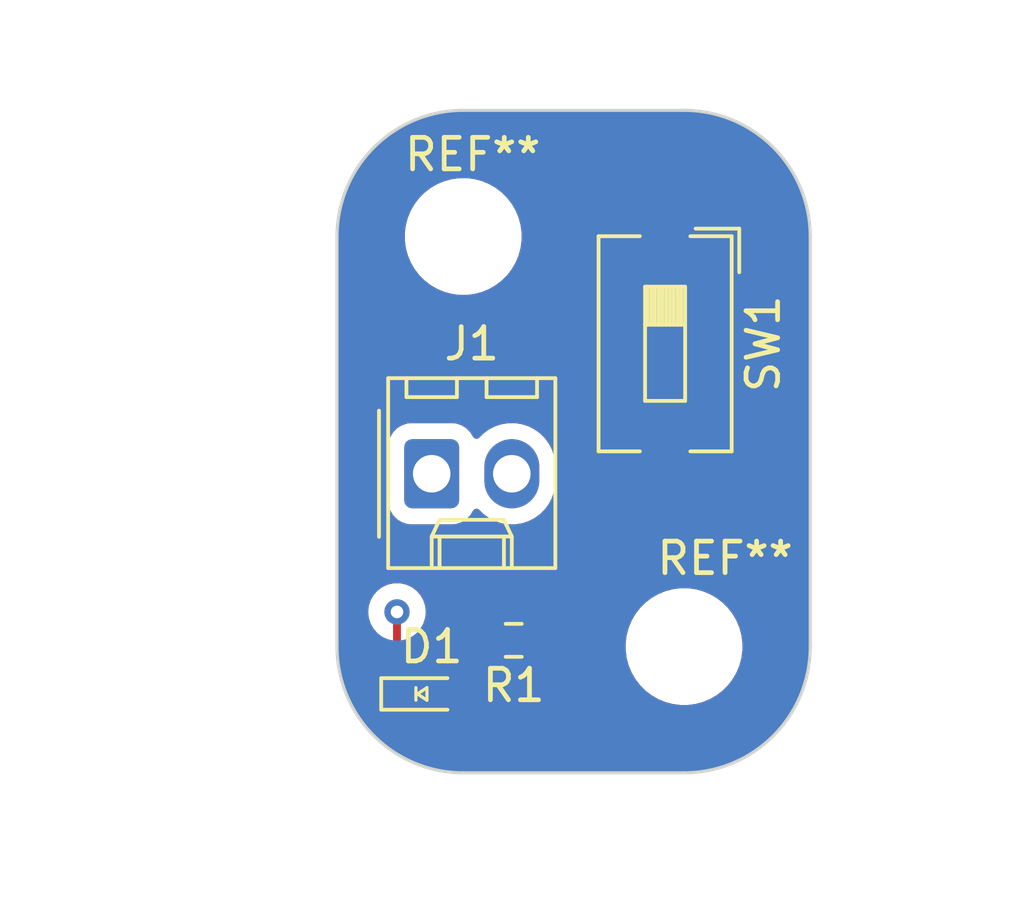
<source format=kicad_pcb>
(kicad_pcb (version 20240108) (generator "pcbnew") (generator_version "8.0")
  (title_block (title "LED Project") (date "2022-08-16") (rev "1.0") (company "Illini Solar Car") (comment 1 "Designed By: Yutian Chen"))
  (layers (0 "F.Cu" signal) (31 "B.Cu" signal) (34 "B.Paste" user) (35 "F.Paste" user) (36 "B.SilkS" user "B.Silkscreen") (37 "F.SilkS" user "F.Silkscreen") (38 "B.Mask" user) (39 "F.Mask" user) (44 "Edge.Cuts" user))
  (net 0 "")
  (net 1 "GND")
  (net 2 "Net-(D1-A)")
  (net 3 "+3.3V")
  (net 4 "Net-(R1-Pad1)")
  (footprint "MountingHole:MountingHole_3.2mm_M3" (layer "F.Cu") (at 91 103.5)
    (property "Reference" "REF**" (at 1.3 -2.8 0) (layer "F.SilkS"))
    (property "Value" "MountingHole_3.2mm_M3")
    (pad "" np_thru_hole circle (at 0 0) (size 3.2 3.2) (drill 3.2) (layers "*.Cu" "*.Mask"))
  )
  (footprint "Resistor_SMD:R_0603_1608Metric_Pad0.98x0.95mm_HandSolder" (layer "F.Cu") (at 85.6 103.3 180)
    (property "Reference" "R1" (at 0 -1.43 360) (layer "F.SilkS"))
    (property "Value" "105")
    (fp_line (start -0.254724 0.5225) (end 0.254724 0.5225) (stroke (width 0.12)) (layer "F.SilkS"))
    (fp_line (start -0.254724 -0.5225) (end 0.254724 -0.5225) (stroke (width 0.12)) (layer "F.SilkS"))
    (pad "1" smd roundrect (at -0.9125 0 180) (size 0.975 0.95) (layers "F.Cu" "F.Paste" "F.Mask") (net 4 "Net-(R1-Pad1)"))
    (pad "2" smd roundrect (at 0.9125 0 180) (size 0.975 0.95) (layers "F.Cu" "F.Paste" "F.Mask") (net 2 "Net-(D1-A)"))
  )
  (footprint "Connector_Molex:Molex_KK-254_AE-6410-02A_1x02_P2.54mm_Vertical" (layer "F.Cu") (at 83 98.02)
    (property "Reference" "J1" (at 1.27 -4.12 360) (layer "F.SilkS"))
    (property "Value" "Conn_01x02")
    (fp_line (start -1.67 -2) (end -1.67 2) (stroke (width 0.12)) (layer "F.SilkS"))
    (fp_line (start -1.38 -3.03) (end -1.38 2.99) (stroke (width 0.12)) (layer "F.SilkS"))
    (fp_line (start -1.38 2.99) (end 3.92 2.99) (stroke (width 0.12)) (layer "F.SilkS"))
    (fp_line (start -0.8 -3.03) (end -0.8 -2.43) (stroke (width 0.12)) (layer "F.SilkS"))
    (fp_line (start -0.8 -2.43) (end 0.8 -2.43) (stroke (width 0.12)) (layer "F.SilkS"))
    (fp_line (start 0 1.99) (end 0.25 1.46) (stroke (width 0.12)) (layer "F.SilkS"))
    (fp_line (start 0 1.99) (end 2.54 1.99) (stroke (width 0.12)) (layer "F.SilkS"))
    (fp_line (start 0 2.99) (end 0 1.99) (stroke (width 0.12)) (layer "F.SilkS"))
    (fp_line (start 0.25 1.46) (end 2.29 1.46) (stroke (width 0.12)) (layer "F.SilkS"))
    (fp_line (start 0.25 2.99) (end 0.25 1.99) (stroke (width 0.12)) (layer "F.SilkS"))
    (fp_line (start 0.8 -2.43) (end 0.8 -3.03) (stroke (width 0.12)) (layer "F.SilkS"))
    (fp_line (start 1.74 -3.03) (end 1.74 -2.43) (stroke (width 0.12)) (layer "F.SilkS"))
    (fp_line (start 1.74 -2.43) (end 3.34 -2.43) (stroke (width 0.12)) (layer "F.SilkS"))
    (fp_line (start 2.29 1.46) (end 2.54 1.99) (stroke (width 0.12)) (layer "F.SilkS"))
    (fp_line (start 2.29 2.99) (end 2.29 1.99) (stroke (width 0.12)) (layer "F.SilkS"))
    (fp_line (start 2.54 1.99) (end 2.54 2.99) (stroke (width 0.12)) (layer "F.SilkS"))
    (fp_line (start 3.34 -2.43) (end 3.34 -3.03) (stroke (width 0.12)) (layer "F.SilkS"))
    (fp_line (start 3.92 -3.03) (end -1.38 -3.03) (stroke (width 0.12)) (layer "F.SilkS"))
    (fp_line (start 3.92 2.99) (end 3.92 -3.03) (stroke (width 0.12)) (layer "F.SilkS"))
    (pad "1" thru_hole roundrect (at 0 0) (size 1.74 2.19) (drill 1.19) (layers "*.Cu" "*.Mask") (roundrect_rratio 0.143678) (net 1 "GND"))
    (pad "2" thru_hole oval (at 2.54 0) (size 1.74 2.19) (drill 1.19) (layers "*.Cu" "*.Mask") (net 3 "+3.3V"))
  )
  (footprint "layout:LED_0603_Symbol_on_F.SilkS" (layer "F.Cu") (at 82.7 105)
    (property "Reference" "D1" (at 0.3 -1.5 360) (layer "F.SilkS"))
    (property "Value" "LED_Blue")
    (fp_line (start -1.3 -0.5) (end -1.3 0.5) (stroke (width 0.12)) (layer "F.SilkS"))
    (fp_line (start -1.3 -0.5) (end 0.8 -0.5) (stroke (width 0.12)) (layer "F.SilkS"))
    (fp_line (start -1.3 0.5) (end 0.8 0.5) (stroke (width 0.12)) (layer "F.SilkS"))
    (fp_line (start -0.2 -0.2) (end -0.2 0.2) (stroke (width 0.1)) (layer "F.SilkS"))
    (fp_line (start -0.15 0) (end 0.15 -0.2) (stroke (width 0.1)) (layer "F.SilkS"))
    (fp_line (start 0.15 -0.2) (end 0.15 0.2) (stroke (width 0.1)) (layer "F.SilkS"))
    (fp_line (start 0.15 0.2) (end -0.15 0) (stroke (width 0.1)) (layer "F.SilkS"))
    (pad "1" smd rect (at -0.8 0 180) (size 0.8 0.8) (layers "F.Cu" "F.Paste" "F.Mask") (net 1 "GND"))
    (pad "2" smd rect (at 0.8 0 180) (size 0.8 0.8) (layers "F.Cu" "F.Paste" "F.Mask") (net 2 "Net-(D1-A)"))
  )
  (footprint "MountingHole:MountingHole_3.2mm_M3" (layer "F.Cu") (at 84 90.5)
    (property "Reference" "REF**" (at 0.3 -2.6 0) (layer "F.SilkS"))
    (property "Value" "MountingHole_3.2mm_M3")
    (pad "" np_thru_hole circle (at 0 0) (size 3.2 3.2) (drill 3.2) (layers "*.Cu" "*.Mask"))
  )
  (footprint "Button_Switch_SMD:SW_DIP_SPSTx01_Slide_6.7x4.1mm_W8.61mm_P2.54mm_LowProfile" (layer "F.Cu") (at 90.4 93.9 -90)
    (property "Reference" "SW1" (at 0 -3.11 90) (layer "F.SilkS"))
    (property "Value" "SW_Push")
    (fp_line (start -3.41 2.11) (end 3.41 2.11) (stroke (width 0.12)) (layer "F.SilkS"))
    (fp_line (start -3.41 0.8) (end -3.41 2.11) (stroke (width 0.12)) (layer "F.SilkS"))
    (fp_line (start 3.41 0.8) (end 3.41 2.11) (stroke (width 0.12)) (layer "F.SilkS"))
    (fp_line (start -1.81 0.635) (end 1.81 0.635) (stroke (width 0.12)) (layer "F.SilkS"))
    (fp_line (start 1.81 0.635) (end 1.81 -0.635) (stroke (width 0.12)) (layer "F.SilkS"))
    (fp_line (start -1.81 0.565) (end -0.603333 0.565) (stroke (width 0.12)) (layer "F.SilkS"))
    (fp_line (start -1.81 0.445) (end -0.603333 0.445) (stroke (width 0.12)) (layer "F.SilkS"))
    (fp_line (start -1.81 0.325) (end -0.603333 0.325) (stroke (width 0.12)) (layer "F.SilkS"))
    (fp_line (start -1.81 0.205) (end -0.603333 0.205) (stroke (width 0.12)) (layer "F.SilkS"))
    (fp_line (start -1.81 0.085) (end -0.603333 0.085) (stroke (width 0.12)) (layer "F.SilkS"))
    (fp_line (start -1.81 -0.035) (end -0.603333 -0.035) (stroke (width 0.12)) (layer "F.SilkS"))
    (fp_line (start -1.81 -0.155) (end -0.603333 -0.155) (stroke (width 0.12)) (layer "F.SilkS"))
    (fp_line (start -1.81 -0.275) (end -0.603333 -0.275) (stroke (width 0.12)) (layer "F.SilkS"))
    (fp_line (start -1.81 -0.395) (end -0.603333 -0.395) (stroke (width 0.12)) (layer "F.SilkS"))
    (fp_line (start -1.81 -0.515) (end -0.603333 -0.515) (stroke (width 0.12)) (layer "F.SilkS"))
    (fp_line (start -1.81 -0.635) (end -1.81 0.635) (stroke (width 0.12)) (layer "F.SilkS"))
    (fp_line (start -0.603333 -0.635) (end -0.603333 0.635) (stroke (width 0.12)) (layer "F.SilkS"))
    (fp_line (start 1.81 -0.635) (end -1.81 -0.635) (stroke (width 0.12)) (layer "F.SilkS"))
    (fp_line (start -3.41 -2.11) (end -3.41 -0.8) (stroke (width 0.12)) (layer "F.SilkS"))
    (fp_line (start -3.41 -2.11) (end 3.41 -2.11) (stroke (width 0.12)) (layer "F.SilkS"))
    (fp_line (start 3.41 -2.11) (end 3.41 -0.8) (stroke (width 0.12)) (layer "F.SilkS"))
    (fp_line (start -3.65 -2.35) (end -3.65 -0.967) (stroke (width 0.12)) (layer "F.SilkS"))
    (fp_line (start -3.65 -2.35) (end -2.267 -2.35) (stroke (width 0.12)) (layer "F.SilkS"))
    (pad "1" smd rect (at -4.305 0 270) (size 2.44 1.12) (layers "F.Cu" "F.Paste" "F.Mask") (net 3 "+3.3V"))
    (pad "2" smd rect (at 4.305 0 270) (size 2.44 1.12) (layers "F.Cu" "F.Paste" "F.Mask") (net 4 "Net-(R1-Pad1)"))
  )
  (gr_line (start 84 107.5) (end 91 107.5) (stroke (width 0.1)) (layer "Edge.Cuts"))
  (gr_line (start 80 90.5) (end 80 103.5) (stroke (width 0.1)) (layer "Edge.Cuts"))
  (gr_arc (start 80 90.5) (mid 81.171573 87.671573) (end 84 86.5) (stroke (width 0.1)) (layer "Edge.Cuts"))
  (gr_line (start 91 86.5) (end 84 86.5) (stroke (width 0.1)) (layer "Edge.Cuts"))
  (gr_arc (start 95 103.5) (mid 93.828427 106.328427) (end 91 107.5) (stroke (width 0.1)) (layer "Edge.Cuts"))
  (gr_line (start 95 103.5) (end 95 90.5) (stroke (width 0.1)) (layer "Edge.Cuts"))
  (gr_arc (start 84 107.5) (mid 81.171573 106.328427) (end 80 103.5) (stroke (width 0.1)) (layer "Edge.Cuts"))
  (gr_arc (start 91 86.5) (mid 93.828427 87.671573) (end 95 90.5) (stroke (width 0.1)) (layer "Edge.Cuts"))
  (segment (start 81.9 105) (end 81.9 102.4) (width 0.25) (layer "F.Cu") (net 1))
  (via (at 81.9 102.4) (size 0.8) (drill 0.4) (layers "F.Cu" "B.Cu") (net 1))
  (segment (start 81.9 102.4) (end 81.9 102.3) (width 0.25) (layer "B.Cu") (net 1))
  (segment (start 84.6875 103.3) (end 84.6875 103.8125) (width 0.25) (layer "F.Cu") (net 2))
  (segment (start 84.6875 103.8125) (end 83.5 105) (width 0.25) (layer "F.Cu") (net 2))
  (segment (start 90.4 98.6925) (end 86.5125 102.58) (width 0.25) (layer "F.Cu") (net 4))
  (segment (start 90.4 98.205) (end 90.4 98.6925) (width 0.25) (layer "F.Cu") (net 4))
  (segment (start 86.5125 102.58) (end 86.5125 103.3) (width 0.25) (layer "F.Cu") (net 4))
  (zone (net 0) (net_name "") (layer "F.Cu") (connect_pads (clearance 0.508)) (min_thickness 0.25) (fill yes (thermal_gap 0.5) (thermal_bridge_width 0.5) (island_removal_mode 1) (island_area_min 10))
    (polygon (pts (xy 80 86.5) (xy 95 86.5) (xy 95 107.5) (xy 80 107.5) (xy 95 107.5) (xy 80 107.5)))
  )
  (zone (net 0) (net_name "") (layer "B.Cu") (priority 1) (connect_pads (clearance 0.508)) (min_thickness 0.25) (fill yes (thermal_gap 0.5) (thermal_bridge_width 0.5) (island_removal_mode 1) (island_area_min 10))
    (polygon (pts (xy 95 86.5) (xy 80 86.5) (xy 80 107.5) (xy 95 107.5)))
  )
)
</source>
